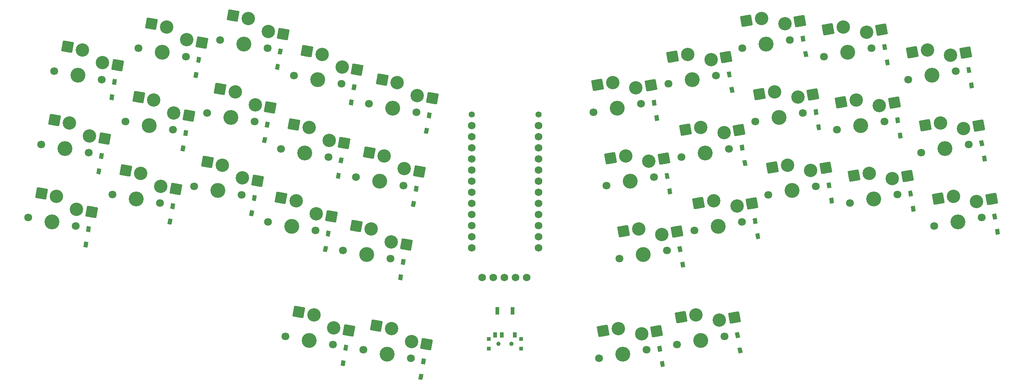
<source format=gbs>
%TF.GenerationSoftware,KiCad,Pcbnew,7.0.6*%
%TF.CreationDate,2023-07-14T19:01:00+02:00*%
%TF.ProjectId,Choc34SB,43686f63-3334-4534-922e-6b696361645f,rev?*%
%TF.SameCoordinates,Original*%
%TF.FileFunction,Soldermask,Bot*%
%TF.FilePolarity,Negative*%
%FSLAX46Y46*%
G04 Gerber Fmt 4.6, Leading zero omitted, Abs format (unit mm)*
G04 Created by KiCad (PCBNEW 7.0.6) date 2023-07-14 19:01:00*
%MOMM*%
%LPD*%
G01*
G04 APERTURE LIST*
G04 Aperture macros list*
%AMRoundRect*
0 Rectangle with rounded corners*
0 $1 Rounding radius*
0 $2 $3 $4 $5 $6 $7 $8 $9 X,Y pos of 4 corners*
0 Add a 4 corners polygon primitive as box body*
4,1,4,$2,$3,$4,$5,$6,$7,$8,$9,$2,$3,0*
0 Add four circle primitives for the rounded corners*
1,1,$1+$1,$2,$3*
1,1,$1+$1,$4,$5*
1,1,$1+$1,$6,$7*
1,1,$1+$1,$8,$9*
0 Add four rect primitives between the rounded corners*
20,1,$1+$1,$2,$3,$4,$5,0*
20,1,$1+$1,$4,$5,$6,$7,0*
20,1,$1+$1,$6,$7,$8,$9,0*
20,1,$1+$1,$8,$9,$2,$3,0*%
G04 Aperture macros list end*
%ADD10C,0.100000*%
%ADD11C,1.800000*%
%ADD12C,3.050000*%
%ADD13C,3.400000*%
%ADD14RoundRect,0.250000X-1.183076X-0.806818X0.835780X-1.162797X1.183076X0.806818X-0.835780X1.162797X0*%
%ADD15RoundRect,0.250000X-0.835780X-1.162797X1.183076X-0.806818X0.835780X1.162797X-1.183076X0.806818X0*%
%ADD16C,1.397000*%
%ADD17C,1.752600*%
%ADD18R,0.900000X1.700000*%
%ADD19C,1.000000*%
%ADD20R,0.900000X0.900000*%
%ADD21R,0.900000X1.250000*%
G04 APERTURE END LIST*
D10*
X76840735Y-97744459D02*
X76632357Y-98926228D01*
X75795270Y-98778627D01*
X76003648Y-97596858D01*
X76840735Y-97744459D01*
G36*
X76840735Y-97744459D02*
G01*
X76632357Y-98926228D01*
X75795270Y-98778627D01*
X76003648Y-97596858D01*
X76840735Y-97744459D01*
G37*
X77457186Y-94248391D02*
X77248808Y-95430160D01*
X76411721Y-95282559D01*
X76620099Y-94100790D01*
X77457186Y-94248391D01*
G36*
X77457186Y-94248391D02*
G01*
X77248808Y-95430160D01*
X76411721Y-95282559D01*
X76620099Y-94100790D01*
X77457186Y-94248391D01*
G37*
X98404897Y-79105870D02*
X98196519Y-80287639D01*
X97359432Y-80140038D01*
X97567810Y-78958269D01*
X98404897Y-79105870D01*
G36*
X98404897Y-79105870D02*
G01*
X98196519Y-80287639D01*
X97359432Y-80140038D01*
X97567810Y-78958269D01*
X98404897Y-79105870D01*
G37*
X99021348Y-75609802D02*
X98812970Y-76791571D01*
X97975883Y-76643970D01*
X98184261Y-75462201D01*
X99021348Y-75609802D01*
G36*
X99021348Y-75609802D02*
G01*
X98812970Y-76791571D01*
X97975883Y-76643970D01*
X98184261Y-75462201D01*
X99021348Y-75609802D01*
G37*
X112293818Y-103995788D02*
X112085440Y-105177557D01*
X111248353Y-105029956D01*
X111456731Y-103848187D01*
X112293818Y-103995788D01*
G36*
X112293818Y-103995788D02*
G01*
X112085440Y-105177557D01*
X111248353Y-105029956D01*
X111456731Y-103848187D01*
X112293818Y-103995788D01*
G37*
X112910269Y-100499720D02*
X112701891Y-101681489D01*
X111864804Y-101533888D01*
X112073182Y-100352119D01*
X112910269Y-100499720D01*
G36*
X112910269Y-100499720D02*
G01*
X112701891Y-101681489D01*
X111864804Y-101533888D01*
X112073182Y-100352119D01*
X112910269Y-100499720D01*
G37*
X210918346Y-102129960D02*
X210081259Y-102277561D01*
X209872881Y-101095792D01*
X210709968Y-100948191D01*
X210918346Y-102129960D01*
G36*
X210918346Y-102129960D02*
G01*
X210081259Y-102277561D01*
X209872881Y-101095792D01*
X210709968Y-100948191D01*
X210918346Y-102129960D01*
G37*
X210301895Y-98633892D02*
X209464808Y-98781493D01*
X209256430Y-97599724D01*
X210093517Y-97452123D01*
X210301895Y-98633892D01*
G36*
X210301895Y-98633892D02*
G01*
X209464808Y-98781493D01*
X209256430Y-97599724D01*
X210093517Y-97452123D01*
X210301895Y-98633892D01*
G37*
X206888686Y-128226164D02*
X206051599Y-128373765D01*
X205843221Y-127191996D01*
X206680308Y-127044395D01*
X206888686Y-128226164D01*
G36*
X206888686Y-128226164D02*
G01*
X206051599Y-128373765D01*
X205843221Y-127191996D01*
X206680308Y-127044395D01*
X206888686Y-128226164D01*
G37*
X206272235Y-124730096D02*
X205435148Y-124877697D01*
X205226770Y-123695928D01*
X206063857Y-123548327D01*
X206272235Y-124730096D01*
G36*
X206272235Y-124730096D02*
G01*
X205435148Y-124877697D01*
X205226770Y-123695928D01*
X206063857Y-123548327D01*
X206272235Y-124730096D01*
G37*
X79792755Y-81002723D02*
X79584377Y-82184492D01*
X78747290Y-82036891D01*
X78955668Y-80855122D01*
X79792755Y-81002723D01*
G36*
X79792755Y-81002723D02*
G01*
X79584377Y-82184492D01*
X78747290Y-82036891D01*
X78955668Y-80855122D01*
X79792755Y-81002723D01*
G37*
X80409206Y-77506655D02*
X80200828Y-78688424D01*
X79363741Y-78540823D01*
X79572119Y-77359054D01*
X80409206Y-77506655D01*
G36*
X80409206Y-77506655D02*
G01*
X80200828Y-78688424D01*
X79363741Y-78540823D01*
X79572119Y-77359054D01*
X80409206Y-77506655D01*
G37*
X240467389Y-62395159D02*
X239630302Y-62542760D01*
X239421924Y-61360991D01*
X240259011Y-61213390D01*
X240467389Y-62395159D01*
G36*
X240467389Y-62395159D02*
G01*
X239630302Y-62542760D01*
X239421924Y-61360991D01*
X240259011Y-61213390D01*
X240467389Y-62395159D01*
G37*
X239850938Y-58899091D02*
X239013851Y-59046692D01*
X238805473Y-57864923D01*
X239642560Y-57717322D01*
X239850938Y-58899091D01*
G36*
X239850938Y-58899091D02*
G01*
X239013851Y-59046692D01*
X238805473Y-57864923D01*
X239642560Y-57717322D01*
X239850938Y-58899091D01*
G37*
X132381976Y-93728070D02*
X132173598Y-94909839D01*
X131336511Y-94762238D01*
X131544889Y-93580469D01*
X132381976Y-93728070D01*
G36*
X132381976Y-93728070D02*
G01*
X132173598Y-94909839D01*
X131336511Y-94762238D01*
X131544889Y-93580469D01*
X132381976Y-93728070D01*
G37*
X132998427Y-90232002D02*
X132790049Y-91413771D01*
X131952962Y-91266170D01*
X132161340Y-90084401D01*
X132998427Y-90232002D01*
G36*
X132998427Y-90232002D02*
G01*
X132790049Y-91413771D01*
X131952962Y-91266170D01*
X132161340Y-90084401D01*
X132998427Y-90232002D01*
G37*
X60590206Y-86247922D02*
X60381828Y-87429691D01*
X59544741Y-87282090D01*
X59753119Y-86100321D01*
X60590206Y-86247922D01*
G36*
X60590206Y-86247922D02*
G01*
X60381828Y-87429691D01*
X59544741Y-87282090D01*
X59753119Y-86100321D01*
X60590206Y-86247922D01*
G37*
X61206657Y-82751854D02*
X60998279Y-83933623D01*
X60161192Y-83786022D01*
X60369570Y-82604253D01*
X61206657Y-82751854D01*
G36*
X61206657Y-82751854D02*
G01*
X60998279Y-83933623D01*
X60161192Y-83786022D01*
X60369570Y-82604253D01*
X61206657Y-82751854D01*
G37*
X259669939Y-67640368D02*
X258832852Y-67787969D01*
X258624474Y-66606200D01*
X259461561Y-66458599D01*
X259669939Y-67640368D01*
G36*
X259669939Y-67640368D02*
G01*
X258832852Y-67787969D01*
X258624474Y-66606200D01*
X259461561Y-66458599D01*
X259669939Y-67640368D01*
G37*
X259053488Y-64144300D02*
X258216401Y-64291901D01*
X258008023Y-63110132D01*
X258845110Y-62962531D01*
X259053488Y-64144300D01*
G36*
X259053488Y-64144300D02*
G01*
X258216401Y-64291901D01*
X258008023Y-63110132D01*
X258845110Y-62962531D01*
X259053488Y-64144300D01*
G37*
X246371426Y-95878629D02*
X245534339Y-96026230D01*
X245325961Y-94844461D01*
X246163048Y-94696860D01*
X246371426Y-95878629D01*
G36*
X246371426Y-95878629D02*
G01*
X245534339Y-96026230D01*
X245325961Y-94844461D01*
X246163048Y-94696860D01*
X246371426Y-95878629D01*
G37*
X245754975Y-92382561D02*
X244917888Y-92530162D01*
X244709510Y-91348393D01*
X245546597Y-91200792D01*
X245754975Y-92382561D01*
G36*
X245754975Y-92382561D02*
G01*
X244917888Y-92530162D01*
X244709510Y-91348393D01*
X245546597Y-91200792D01*
X245754975Y-92382561D01*
G37*
X116323482Y-130091995D02*
X116115104Y-131273764D01*
X115278017Y-131126163D01*
X115486395Y-129944394D01*
X116323482Y-130091995D01*
G36*
X116323482Y-130091995D02*
G01*
X116115104Y-131273764D01*
X115278017Y-131126163D01*
X115486395Y-129944394D01*
X116323482Y-130091995D01*
G37*
X116939933Y-126595927D02*
X116731555Y-127777696D01*
X115894468Y-127630095D01*
X116102846Y-126448326D01*
X116939933Y-126595927D01*
G36*
X116939933Y-126595927D02*
G01*
X116731555Y-127777696D01*
X115894468Y-127630095D01*
X116102846Y-126448326D01*
X116939933Y-126595927D01*
G37*
X63564016Y-69309410D02*
X63355638Y-70491179D01*
X62518551Y-70343578D01*
X62726929Y-69161809D01*
X63564016Y-69309410D01*
G36*
X63564016Y-69309410D02*
G01*
X63355638Y-70491179D01*
X62518551Y-70343578D01*
X62726929Y-69161809D01*
X63564016Y-69309410D01*
G37*
X64180467Y-65813342D02*
X63972089Y-66995111D01*
X63135002Y-66847510D01*
X63343380Y-65665741D01*
X64180467Y-65813342D01*
G36*
X64180467Y-65813342D02*
G01*
X63972089Y-66995111D01*
X63135002Y-66847510D01*
X63343380Y-65665741D01*
X64180467Y-65813342D01*
G37*
X243419403Y-79136895D02*
X242582316Y-79284496D01*
X242373938Y-78102727D01*
X243211025Y-77955126D01*
X243419403Y-79136895D01*
G36*
X243419403Y-79136895D02*
G01*
X242582316Y-79284496D01*
X242373938Y-78102727D01*
X243211025Y-77955126D01*
X243419403Y-79136895D01*
G37*
X242802952Y-75640827D02*
X241965865Y-75788428D01*
X241757487Y-74606659D01*
X242594574Y-74459058D01*
X242802952Y-75640827D01*
G36*
X242802952Y-75640827D02*
G01*
X241965865Y-75788428D01*
X241757487Y-74606659D01*
X242594574Y-74459058D01*
X242802952Y-75640827D01*
G37*
X207966321Y-85388225D02*
X207129234Y-85535826D01*
X206920856Y-84354057D01*
X207757943Y-84206456D01*
X207966321Y-85388225D01*
G36*
X207966321Y-85388225D02*
G01*
X207129234Y-85535826D01*
X206920856Y-84354057D01*
X207757943Y-84206456D01*
X207966321Y-85388225D01*
G37*
X207349870Y-81892157D02*
X206512783Y-82039758D01*
X206304405Y-80857989D01*
X207141492Y-80710388D01*
X207349870Y-81892157D01*
G36*
X207349870Y-81892157D02*
G01*
X206512783Y-82039758D01*
X206304405Y-80857989D01*
X207141492Y-80710388D01*
X207349870Y-81892157D01*
G37*
X193782211Y-108603977D02*
X192945124Y-108751578D01*
X192736746Y-107569809D01*
X193573833Y-107422208D01*
X193782211Y-108603977D01*
G36*
X193782211Y-108603977D02*
G01*
X192945124Y-108751578D01*
X192736746Y-107569809D01*
X193573833Y-107422208D01*
X193782211Y-108603977D01*
G37*
X193165760Y-105107909D02*
X192328673Y-105255510D01*
X192120295Y-104073741D01*
X192957382Y-103926140D01*
X193165760Y-105107909D01*
G36*
X193165760Y-105107909D02*
G01*
X192328673Y-105255510D01*
X192120295Y-104073741D01*
X192957382Y-103926140D01*
X193165760Y-105107909D01*
G37*
X134050021Y-133217669D02*
X133841643Y-134399438D01*
X133004556Y-134251837D01*
X133212934Y-133070068D01*
X134050021Y-133217669D01*
G36*
X134050021Y-133217669D02*
G01*
X133841643Y-134399438D01*
X133004556Y-134251837D01*
X133212934Y-133070068D01*
X134050021Y-133217669D01*
G37*
X134666472Y-129721601D02*
X134458094Y-130903370D01*
X133621007Y-130755769D01*
X133829385Y-129574000D01*
X134666472Y-129721601D01*
G36*
X134666472Y-129721601D02*
G01*
X134458094Y-130903370D01*
X133621007Y-130755769D01*
X133829385Y-129574000D01*
X134666472Y-129721601D01*
G37*
X265573974Y-101123824D02*
X264736887Y-101271425D01*
X264528509Y-100089656D01*
X265365596Y-99942055D01*
X265573974Y-101123824D01*
G36*
X265573974Y-101123824D02*
G01*
X264736887Y-101271425D01*
X264528509Y-100089656D01*
X265365596Y-99942055D01*
X265573974Y-101123824D01*
G37*
X264957523Y-97627756D02*
X264120436Y-97775357D01*
X263912058Y-96593588D01*
X264749145Y-96445987D01*
X264957523Y-97627756D01*
G36*
X264957523Y-97627756D02*
G01*
X264120436Y-97775357D01*
X263912058Y-96593588D01*
X264749145Y-96445987D01*
X264957523Y-97627756D01*
G37*
X227759278Y-93981778D02*
X226922191Y-94129379D01*
X226713813Y-92947610D01*
X227550900Y-92800009D01*
X227759278Y-93981778D01*
G36*
X227759278Y-93981778D02*
G01*
X226922191Y-94129379D01*
X226713813Y-92947610D01*
X227550900Y-92800009D01*
X227759278Y-93981778D01*
G37*
X227142827Y-90485710D02*
X226305740Y-90633311D01*
X226097362Y-89451542D01*
X226934449Y-89303941D01*
X227142827Y-90485710D01*
G36*
X227142827Y-90485710D02*
G01*
X226305740Y-90633311D01*
X226097362Y-89451542D01*
X226934449Y-89303941D01*
X227142827Y-90485710D01*
G37*
X187878172Y-75120515D02*
X187041085Y-75268116D01*
X186832707Y-74086347D01*
X187669794Y-73938746D01*
X187878172Y-75120515D01*
G36*
X187878172Y-75120515D02*
G01*
X187041085Y-75268116D01*
X186832707Y-74086347D01*
X187669794Y-73938746D01*
X187878172Y-75120515D01*
G37*
X187261721Y-71624447D02*
X186424634Y-71772048D01*
X186216256Y-70590279D01*
X187053343Y-70442678D01*
X187261721Y-71624447D01*
G36*
X187261721Y-71624447D02*
G01*
X186424634Y-71772048D01*
X186216256Y-70590279D01*
X187053343Y-70442678D01*
X187261721Y-71624447D01*
G37*
X82744780Y-64260996D02*
X82536402Y-65442765D01*
X81699315Y-65295164D01*
X81907693Y-64113395D01*
X82744780Y-64260996D01*
G36*
X82744780Y-64260996D02*
G01*
X82536402Y-65442765D01*
X81699315Y-65295164D01*
X81907693Y-64113395D01*
X82744780Y-64260996D01*
G37*
X83361231Y-60764928D02*
X83152853Y-61946697D01*
X82315766Y-61799096D01*
X82524144Y-60617327D01*
X83361231Y-60764928D01*
G36*
X83361231Y-60764928D02*
G01*
X83152853Y-61946697D01*
X82315766Y-61799096D01*
X82524144Y-60617327D01*
X83361231Y-60764928D01*
G37*
X262621956Y-84382096D02*
X261784869Y-84529697D01*
X261576491Y-83347928D01*
X262413578Y-83200327D01*
X262621956Y-84382096D01*
G36*
X262621956Y-84382096D02*
G01*
X261784869Y-84529697D01*
X261576491Y-83347928D01*
X262413578Y-83200327D01*
X262621956Y-84382096D01*
G37*
X262005505Y-80886028D02*
X261168418Y-81033629D01*
X260960040Y-79851860D01*
X261797127Y-79704259D01*
X262005505Y-80886028D01*
G36*
X262005505Y-80886028D02*
G01*
X261168418Y-81033629D01*
X260960040Y-79851860D01*
X261797127Y-79704259D01*
X262005505Y-80886028D01*
G37*
X205014311Y-68646499D02*
X204177224Y-68794100D01*
X203968846Y-67612331D01*
X204805933Y-67464730D01*
X205014311Y-68646499D01*
G36*
X205014311Y-68646499D02*
G01*
X204177224Y-68794100D01*
X203968846Y-67612331D01*
X204805933Y-67464730D01*
X205014311Y-68646499D01*
G37*
X204397860Y-65150431D02*
X203560773Y-65298032D01*
X203352395Y-64116263D01*
X204189482Y-63968662D01*
X204397860Y-65150431D01*
G36*
X204397860Y-65150431D02*
G01*
X203560773Y-65298032D01*
X203352395Y-64116263D01*
X204189482Y-63968662D01*
X204397860Y-65150431D01*
G37*
X57638192Y-102989653D02*
X57429814Y-104171422D01*
X56592727Y-104023821D01*
X56801105Y-102842052D01*
X57638192Y-102989653D01*
G36*
X57638192Y-102989653D02*
G01*
X57429814Y-104171422D01*
X56592727Y-104023821D01*
X56801105Y-102842052D01*
X57638192Y-102989653D01*
G37*
X58254643Y-99493585D02*
X58046265Y-100675354D01*
X57209178Y-100527753D01*
X57417556Y-99345984D01*
X58254643Y-99493585D01*
G36*
X58254643Y-99493585D02*
G01*
X58046265Y-100675354D01*
X57209178Y-100527753D01*
X57417556Y-99345984D01*
X58254643Y-99493585D01*
G37*
X135333994Y-76986343D02*
X135125616Y-78168112D01*
X134288529Y-78020511D01*
X134496907Y-76838742D01*
X135333994Y-76986343D01*
G36*
X135333994Y-76986343D02*
G01*
X135125616Y-78168112D01*
X134288529Y-78020511D01*
X134496907Y-76838742D01*
X135333994Y-76986343D01*
G37*
X135950445Y-73490275D02*
X135742067Y-74672044D01*
X134904980Y-74524443D01*
X135113358Y-73342674D01*
X135950445Y-73490275D01*
G36*
X135950445Y-73490275D02*
G01*
X135742067Y-74672044D01*
X134904980Y-74524443D01*
X135113358Y-73342674D01*
X135950445Y-73490275D01*
G37*
X115245840Y-87254061D02*
X115037462Y-88435830D01*
X114200375Y-88288229D01*
X114408753Y-87106460D01*
X115245840Y-87254061D01*
G36*
X115245840Y-87254061D02*
G01*
X115037462Y-88435830D01*
X114200375Y-88288229D01*
X114408753Y-87106460D01*
X115245840Y-87254061D01*
G37*
X115862291Y-83757993D02*
X115653913Y-84939762D01*
X114816826Y-84792161D01*
X115025204Y-83610392D01*
X115862291Y-83757993D01*
G36*
X115862291Y-83757993D02*
G01*
X115653913Y-84939762D01*
X114816826Y-84792161D01*
X115025204Y-83610392D01*
X115862291Y-83757993D01*
G37*
X221855246Y-60498313D02*
X221018159Y-60645914D01*
X220809781Y-59464145D01*
X221646868Y-59316544D01*
X221855246Y-60498313D01*
G36*
X221855246Y-60498313D02*
G01*
X221018159Y-60645914D01*
X220809781Y-59464145D01*
X221646868Y-59316544D01*
X221855246Y-60498313D01*
G37*
X221238795Y-57002245D02*
X220401708Y-57149846D01*
X220193330Y-55968077D01*
X221030417Y-55820476D01*
X221238795Y-57002245D01*
G36*
X221238795Y-57002245D02*
G01*
X220401708Y-57149846D01*
X220193330Y-55968077D01*
X221030417Y-55820476D01*
X221238795Y-57002245D01*
G37*
X118197854Y-70512331D02*
X117989476Y-71694100D01*
X117152389Y-71546499D01*
X117360767Y-70364730D01*
X118197854Y-70512331D01*
G36*
X118197854Y-70512331D02*
G01*
X117989476Y-71694100D01*
X117152389Y-71546499D01*
X117360767Y-70364730D01*
X118197854Y-70512331D01*
G37*
X118814305Y-67016263D02*
X118605927Y-68198032D01*
X117768840Y-68050431D01*
X117977218Y-66868662D01*
X118814305Y-67016263D01*
G36*
X118814305Y-67016263D02*
G01*
X118605927Y-68198032D01*
X117768840Y-68050431D01*
X117977218Y-66868662D01*
X118814305Y-67016263D01*
G37*
X189162141Y-131351835D02*
X188325054Y-131499436D01*
X188116676Y-130317667D01*
X188953763Y-130170066D01*
X189162141Y-131351835D01*
G36*
X189162141Y-131351835D02*
G01*
X188325054Y-131499436D01*
X188116676Y-130317667D01*
X188953763Y-130170066D01*
X189162141Y-131351835D01*
G37*
X188545690Y-127855767D02*
X187708603Y-128003368D01*
X187500225Y-126821599D01*
X188337312Y-126673998D01*
X188545690Y-127855767D01*
G36*
X188545690Y-127855767D02*
G01*
X187708603Y-128003368D01*
X187500225Y-126821599D01*
X188337312Y-126673998D01*
X188545690Y-127855767D01*
G37*
X95452883Y-95847602D02*
X95244505Y-97029371D01*
X94407418Y-96881770D01*
X94615796Y-95700001D01*
X95452883Y-95847602D01*
G36*
X95452883Y-95847602D02*
G01*
X95244505Y-97029371D01*
X94407418Y-96881770D01*
X94615796Y-95700001D01*
X95452883Y-95847602D01*
G37*
X96069334Y-92351534D02*
X95860956Y-93533303D01*
X95023869Y-93385702D01*
X95232247Y-92203933D01*
X96069334Y-92351534D01*
G36*
X96069334Y-92351534D02*
G01*
X95860956Y-93533303D01*
X95023869Y-93385702D01*
X95232247Y-92203933D01*
X96069334Y-92351534D01*
G37*
X224807267Y-77240042D02*
X223970180Y-77387643D01*
X223761802Y-76205874D01*
X224598889Y-76058273D01*
X224807267Y-77240042D01*
G36*
X224807267Y-77240042D02*
G01*
X223970180Y-77387643D01*
X223761802Y-76205874D01*
X224598889Y-76058273D01*
X224807267Y-77240042D01*
G37*
X224190816Y-73743974D02*
X223353729Y-73891575D01*
X223145351Y-72709806D01*
X223982438Y-72562205D01*
X224190816Y-73743974D01*
G36*
X224190816Y-73743974D02*
G01*
X223353729Y-73891575D01*
X223145351Y-72709806D01*
X223982438Y-72562205D01*
X224190816Y-73743974D01*
G37*
X129429953Y-110469803D02*
X129221575Y-111651572D01*
X128384488Y-111503971D01*
X128592866Y-110322202D01*
X129429953Y-110469803D01*
G36*
X129429953Y-110469803D02*
G01*
X129221575Y-111651572D01*
X128384488Y-111503971D01*
X128592866Y-110322202D01*
X129429953Y-110469803D01*
G37*
X130046404Y-106973735D02*
X129838026Y-108155504D01*
X129000939Y-108007903D01*
X129209317Y-106826134D01*
X130046404Y-106973735D01*
G36*
X130046404Y-106973735D02*
G01*
X129838026Y-108155504D01*
X129000939Y-108007903D01*
X129209317Y-106826134D01*
X130046404Y-106973735D01*
G37*
X190830189Y-91862241D02*
X189993102Y-92009842D01*
X189784724Y-90828073D01*
X190621811Y-90680472D01*
X190830189Y-91862241D01*
G36*
X190830189Y-91862241D02*
G01*
X189993102Y-92009842D01*
X189784724Y-90828073D01*
X190621811Y-90680472D01*
X190830189Y-91862241D01*
G37*
X190213738Y-88366173D02*
X189376651Y-88513774D01*
X189168273Y-87332005D01*
X190005360Y-87184404D01*
X190213738Y-88366173D01*
G36*
X190213738Y-88366173D02*
G01*
X189376651Y-88513774D01*
X189168273Y-87332005D01*
X190005360Y-87184404D01*
X190213738Y-88366173D01*
G37*
X101356915Y-62364144D02*
X101148537Y-63545913D01*
X100311450Y-63398312D01*
X100519828Y-62216543D01*
X101356915Y-62364144D01*
G36*
X101356915Y-62364144D02*
G01*
X101148537Y-63545913D01*
X100311450Y-63398312D01*
X100519828Y-62216543D01*
X101356915Y-62364144D01*
G37*
X101973366Y-58868076D02*
X101764988Y-60049845D01*
X100927901Y-59902244D01*
X101136279Y-58720475D01*
X101973366Y-58868076D01*
G36*
X101973366Y-58868076D02*
G01*
X101764988Y-60049845D01*
X100927901Y-59902244D01*
X101136279Y-58720475D01*
X101973366Y-58868076D01*
G37*
D11*
X102717533Y-124505981D03*
D12*
X109158500Y-119650680D03*
D13*
X108133976Y-125461046D03*
D12*
X113717878Y-122587017D03*
D11*
X113550419Y-126416111D03*
D14*
X105729038Y-118944431D03*
X117164705Y-123194786D03*
D11*
X209884858Y-75429988D03*
D12*
X214276777Y-68664557D03*
D13*
X215301301Y-74474923D03*
D12*
X219565477Y-69864413D03*
D11*
X220717744Y-73519858D03*
D15*
X210812585Y-69173845D03*
X223012304Y-69256644D03*
D11*
X191966283Y-126416109D03*
D12*
X196358202Y-119650678D03*
D13*
X197382726Y-125461044D03*
D12*
X201646902Y-120850534D03*
D11*
X202799169Y-124505979D03*
D15*
X192894010Y-120159966D03*
X205093729Y-120242765D03*
D11*
X231449026Y-94068569D03*
D12*
X235840945Y-87303138D03*
D13*
X236865469Y-93113504D03*
D12*
X241129645Y-88502994D03*
D11*
X242281912Y-92158439D03*
D15*
X232376753Y-87812426D03*
X244576472Y-87895225D03*
D11*
X118776026Y-88142058D03*
D12*
X125216993Y-83286757D03*
D13*
X124192469Y-89097123D03*
D12*
X129776371Y-86223094D03*
D11*
X129608912Y-90052188D03*
D14*
X121787531Y-82580508D03*
X133223198Y-86830863D03*
D11*
X175907787Y-90052190D03*
D12*
X180299706Y-83286759D03*
D13*
X181324230Y-89097125D03*
D12*
X185588406Y-84486615D03*
D11*
X186740673Y-88142060D03*
D15*
X176835514Y-83796047D03*
X189035233Y-83878846D03*
D11*
X174239743Y-129541785D03*
D12*
X178631662Y-122776354D03*
D13*
X179656186Y-128586720D03*
D12*
X183920362Y-123976210D03*
D11*
X185072629Y-127631655D03*
D15*
X175167470Y-123285642D03*
X187367189Y-123368441D03*
D16*
X160382182Y-73858711D03*
D11*
X101639888Y-81668044D03*
D12*
X108080855Y-76812743D03*
D13*
X107056331Y-82623109D03*
D12*
X112640233Y-79749080D03*
D11*
X112472774Y-83578174D03*
D14*
X104651393Y-76106494D03*
X116087060Y-80356849D03*
D11*
X84798954Y-73519854D03*
D12*
X91239921Y-68664553D03*
D13*
X90215397Y-74474919D03*
D12*
X95799299Y-71600890D03*
D11*
X95631840Y-75429984D03*
D14*
X87810459Y-67958304D03*
X99246126Y-72208659D03*
D11*
X63234793Y-92158442D03*
D12*
X69675760Y-87303141D03*
D13*
X68651236Y-93113507D03*
D12*
X74235138Y-90239478D03*
D11*
X74067679Y-94068572D03*
D14*
X66246298Y-86596892D03*
X77681965Y-90847247D03*
D11*
X81846935Y-90261593D03*
D12*
X88287902Y-85406292D03*
D13*
X87263378Y-91216658D03*
D12*
X92847280Y-88342629D03*
D11*
X92679821Y-92171723D03*
D14*
X84858440Y-84700043D03*
X96294107Y-88950398D03*
D11*
X193043920Y-83578177D03*
D12*
X197435839Y-76812746D03*
D13*
X198460363Y-82623112D03*
D12*
X202724539Y-78012602D03*
D11*
X203876806Y-81668047D03*
D15*
X193971647Y-77322034D03*
X206171366Y-77404833D03*
D11*
X104591906Y-64926316D03*
D12*
X111032873Y-60071015D03*
D13*
X110008349Y-65881381D03*
D12*
X115592251Y-63007352D03*
D11*
X115424792Y-66836446D03*
D14*
X107603411Y-59364766D03*
X119039078Y-63615121D03*
D11*
X178859810Y-106793925D03*
D12*
X183251729Y-100028494D03*
D13*
X184276253Y-105838860D03*
D12*
X188540429Y-101228350D03*
D11*
X189692696Y-104883795D03*
D15*
X179787537Y-100537782D03*
X191987256Y-100620581D03*
D11*
X115823999Y-104883790D03*
D12*
X122264966Y-100028489D03*
D13*
X121240442Y-105838855D03*
D12*
X126824344Y-102964826D03*
D11*
X126656885Y-106793920D03*
D14*
X118835504Y-99322240D03*
X130271171Y-103572595D03*
D11*
X49936281Y-63920171D03*
D12*
X56377248Y-59064870D03*
D13*
X55352724Y-64875236D03*
D12*
X60936626Y-62001207D03*
D11*
X60769167Y-65830301D03*
D14*
X52947786Y-58358621D03*
X64383453Y-62608976D03*
D11*
X212836873Y-92171719D03*
D12*
X217228792Y-85406288D03*
D13*
X218253316Y-91216654D03*
D12*
X222517492Y-86606144D03*
D11*
X223669759Y-90261589D03*
D15*
X213764600Y-85915576D03*
X225964319Y-85998375D03*
D11*
X190091905Y-66836448D03*
D12*
X194483824Y-60071017D03*
D13*
X195508348Y-65881383D03*
D12*
X199772524Y-61270873D03*
D11*
X200924791Y-64926318D03*
D15*
X191019632Y-60580305D03*
X203219351Y-60663104D03*
D11*
X87750966Y-56778128D03*
D12*
X94191933Y-51922827D03*
D13*
X93167409Y-57733193D03*
D12*
X98751311Y-54859164D03*
D11*
X98583852Y-58688258D03*
D14*
X90762471Y-51216578D03*
X102198138Y-55466933D03*
D11*
X225544982Y-60585110D03*
D12*
X229936901Y-53819679D03*
D13*
X230961425Y-59630045D03*
D12*
X235225601Y-55019535D03*
D11*
X236377868Y-58674980D03*
D15*
X226472709Y-54328967D03*
X238672428Y-54411766D03*
D11*
X46984260Y-80661913D03*
D12*
X53425227Y-75806612D03*
D13*
X52400703Y-81616978D03*
D12*
X57984605Y-78742949D03*
D11*
X57817146Y-82572043D03*
D14*
X49995765Y-75100363D03*
X61431432Y-79350718D03*
D11*
X121728041Y-71400328D03*
D12*
X128169008Y-66545027D03*
D13*
X127144484Y-72355393D03*
D12*
X132728386Y-69481364D03*
D11*
X132560927Y-73310458D03*
D14*
X124739546Y-65838778D03*
X136175213Y-70089133D03*
D11*
X172955771Y-73310456D03*
D12*
X177347690Y-66545025D03*
D13*
X178372214Y-72355391D03*
D12*
X182636390Y-67744881D03*
D11*
X183788657Y-71400326D03*
D15*
X173883498Y-67054313D03*
X186083217Y-67137112D03*
D11*
X195995944Y-100319908D03*
D12*
X200387863Y-93554477D03*
D13*
X201412387Y-99364843D03*
D12*
X205676563Y-94754333D03*
D11*
X206828830Y-98409778D03*
D15*
X196923671Y-94063765D03*
X209123390Y-94146564D03*
D11*
X44032241Y-97403647D03*
D12*
X50473208Y-92548346D03*
D13*
X49448684Y-98358712D03*
D12*
X55032586Y-95484683D03*
D11*
X54865127Y-99313777D03*
D14*
X47043746Y-91842097D03*
X58479413Y-96092452D03*
D11*
X69138830Y-58674986D03*
D12*
X75579797Y-53819685D03*
D13*
X74555273Y-59630051D03*
D12*
X80139175Y-56756022D03*
D11*
X79971716Y-60585116D03*
D14*
X72150335Y-53113436D03*
X83586002Y-57363791D03*
D11*
X120444073Y-127631650D03*
D12*
X126885040Y-122776349D03*
D13*
X125860516Y-128586715D03*
D12*
X131444418Y-125712686D03*
D11*
X131276959Y-129541780D03*
D14*
X123455578Y-122070100D03*
X134891245Y-126320455D03*
D11*
X247699554Y-82572044D03*
D12*
X252091473Y-75806613D03*
D13*
X253115997Y-81616979D03*
D12*
X257380173Y-77006469D03*
D11*
X258532440Y-80661914D03*
D15*
X248627281Y-76315901D03*
X260827000Y-76398700D03*
D11*
X228496998Y-77326841D03*
D12*
X232888917Y-70561410D03*
D13*
X233913441Y-76371776D03*
D12*
X238177617Y-71761266D03*
D11*
X239329884Y-75416711D03*
D15*
X229424725Y-71070698D03*
X241624444Y-71153497D03*
D11*
X66186814Y-75416706D03*
D12*
X72627781Y-70561405D03*
D13*
X71603257Y-76371771D03*
D12*
X77187159Y-73497742D03*
D11*
X77019700Y-77326836D03*
D14*
X69198319Y-69855156D03*
X80633986Y-74105511D03*
D11*
X206932843Y-58688257D03*
D12*
X211324762Y-51922826D03*
D13*
X212349286Y-57733192D03*
D12*
X216613462Y-53122682D03*
D11*
X217765729Y-56778127D03*
D15*
X207860570Y-52432114D03*
X220060289Y-52514913D03*
D11*
X244747531Y-65830310D03*
D12*
X249139450Y-59064879D03*
D13*
X250163974Y-64875245D03*
D12*
X254428150Y-60264735D03*
D11*
X255580417Y-63920180D03*
D15*
X245675258Y-59574167D03*
X257874977Y-59656966D03*
D16*
X145148682Y-73858709D03*
D17*
X147518347Y-111055387D03*
X150058347Y-111055387D03*
X152598347Y-111055387D03*
X155138347Y-111055387D03*
X157678347Y-111055387D03*
D11*
X98687872Y-98409775D03*
D12*
X105128839Y-93554474D03*
D13*
X104104315Y-99364840D03*
D12*
X109688217Y-96490811D03*
D11*
X109520758Y-100319905D03*
D14*
X101699377Y-92848225D03*
X113135044Y-97098580D03*
D11*
X250651569Y-99313774D03*
D12*
X255043488Y-92548343D03*
D13*
X256068012Y-98358709D03*
D12*
X260332188Y-93748199D03*
D11*
X261484455Y-97403644D03*
D15*
X251579296Y-93057631D03*
X263779015Y-93140430D03*
D17*
X160378343Y-76372142D03*
X160378343Y-78912142D03*
X160378343Y-81452142D03*
X160378343Y-83992142D03*
X160378343Y-86532142D03*
X160378343Y-89072142D03*
X160378343Y-91612142D03*
X160378343Y-94152142D03*
X160378343Y-96692142D03*
X160378343Y-99232142D03*
X160378343Y-101772142D03*
X160378343Y-104312142D03*
X145138343Y-104312142D03*
X145138343Y-101772142D03*
X145138343Y-99232142D03*
X145138343Y-96692142D03*
X145138343Y-94152142D03*
X145138343Y-91612142D03*
X145138343Y-89072142D03*
X145138343Y-86532142D03*
X145138343Y-83992142D03*
X145138343Y-81452142D03*
X145138343Y-78912142D03*
X145138343Y-76372142D03*
D18*
X154458350Y-118712982D03*
X151058350Y-118712982D03*
D19*
X151258346Y-126258709D03*
X154258346Y-126258709D03*
D20*
X149058346Y-125158709D03*
X149058346Y-127358709D03*
X156458346Y-125158709D03*
X156458346Y-127358709D03*
D21*
X155008346Y-124183709D03*
X152008346Y-124183709D03*
X150508346Y-124183709D03*
M02*

</source>
